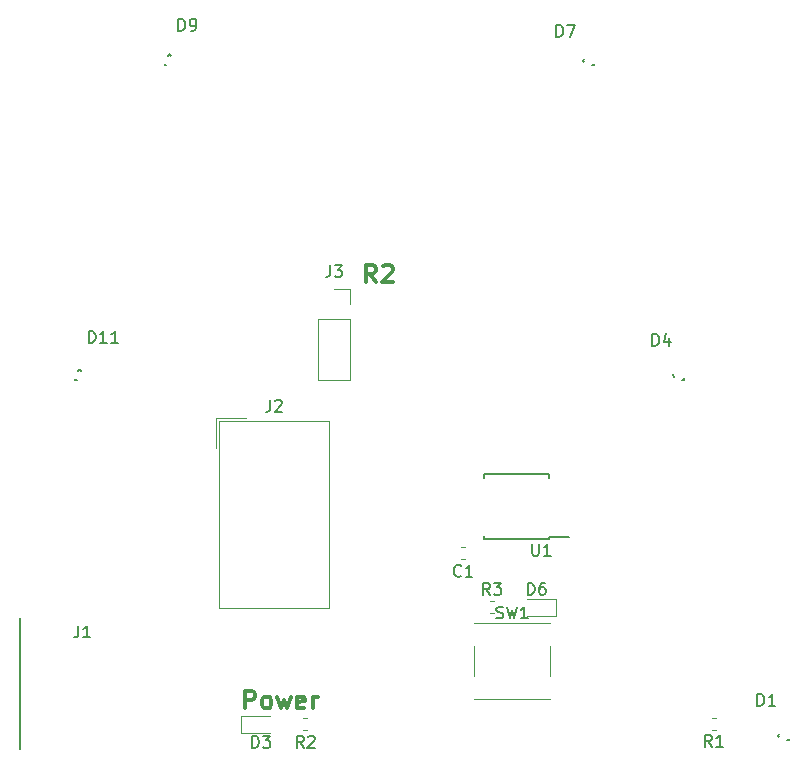
<source format=gbr>
G04 #@! TF.GenerationSoftware,KiCad,Pcbnew,(5.0.2)-1*
G04 #@! TF.CreationDate,2020-06-10T19:39:16-05:00*
G04 #@! TF.ProjectId,Base_Hardware,42617365-5f48-4617-9264-776172652e6b,rev?*
G04 #@! TF.SameCoordinates,Original*
G04 #@! TF.FileFunction,Legend,Top*
G04 #@! TF.FilePolarity,Positive*
%FSLAX46Y46*%
G04 Gerber Fmt 4.6, Leading zero omitted, Abs format (unit mm)*
G04 Created by KiCad (PCBNEW (5.0.2)-1) date 6/10/2020 7:39:16 PM*
%MOMM*%
%LPD*%
G01*
G04 APERTURE LIST*
%ADD10C,0.300000*%
%ADD11C,0.120000*%
%ADD12C,0.150000*%
G04 APERTURE END LIST*
D10*
X141990000Y-87038571D02*
X141490000Y-86324285D01*
X141132857Y-87038571D02*
X141132857Y-85538571D01*
X141704285Y-85538571D01*
X141847142Y-85610000D01*
X141918571Y-85681428D01*
X141990000Y-85824285D01*
X141990000Y-86038571D01*
X141918571Y-86181428D01*
X141847142Y-86252857D01*
X141704285Y-86324285D01*
X141132857Y-86324285D01*
X142561428Y-85681428D02*
X142632857Y-85610000D01*
X142775714Y-85538571D01*
X143132857Y-85538571D01*
X143275714Y-85610000D01*
X143347142Y-85681428D01*
X143418571Y-85824285D01*
X143418571Y-85967142D01*
X143347142Y-86181428D01*
X142490000Y-87038571D01*
X143418571Y-87038571D01*
X130893714Y-123106571D02*
X130893714Y-121606571D01*
X131465142Y-121606571D01*
X131608000Y-121678000D01*
X131679428Y-121749428D01*
X131750857Y-121892285D01*
X131750857Y-122106571D01*
X131679428Y-122249428D01*
X131608000Y-122320857D01*
X131465142Y-122392285D01*
X130893714Y-122392285D01*
X132608000Y-123106571D02*
X132465142Y-123035142D01*
X132393714Y-122963714D01*
X132322285Y-122820857D01*
X132322285Y-122392285D01*
X132393714Y-122249428D01*
X132465142Y-122178000D01*
X132608000Y-122106571D01*
X132822285Y-122106571D01*
X132965142Y-122178000D01*
X133036571Y-122249428D01*
X133108000Y-122392285D01*
X133108000Y-122820857D01*
X133036571Y-122963714D01*
X132965142Y-123035142D01*
X132822285Y-123106571D01*
X132608000Y-123106571D01*
X133608000Y-122106571D02*
X133893714Y-123106571D01*
X134179428Y-122392285D01*
X134465142Y-123106571D01*
X134750857Y-122106571D01*
X135893714Y-123035142D02*
X135750857Y-123106571D01*
X135465142Y-123106571D01*
X135322285Y-123035142D01*
X135250857Y-122892285D01*
X135250857Y-122320857D01*
X135322285Y-122178000D01*
X135465142Y-122106571D01*
X135750857Y-122106571D01*
X135893714Y-122178000D01*
X135965142Y-122320857D01*
X135965142Y-122463714D01*
X135250857Y-122606571D01*
X136608000Y-123106571D02*
X136608000Y-122106571D01*
X136608000Y-122392285D02*
X136679428Y-122249428D01*
X136750857Y-122178000D01*
X136893714Y-122106571D01*
X137036571Y-122106571D01*
D11*
G04 #@! TO.C,C1*
X149476267Y-110492000D02*
X149133733Y-110492000D01*
X149476267Y-109472000D02*
X149133733Y-109472000D01*
G04 #@! TO.C,D3*
X133021000Y-123725000D02*
X130561000Y-123725000D01*
X130561000Y-123725000D02*
X130561000Y-125195000D01*
X130561000Y-125195000D02*
X133021000Y-125195000D01*
G04 #@! TO.C,D6*
X157221000Y-113819000D02*
X154761000Y-113819000D01*
X157221000Y-115289000D02*
X157221000Y-113819000D01*
X154761000Y-115289000D02*
X157221000Y-115289000D01*
D12*
G04 #@! TO.C,J1*
X111846000Y-126529160D02*
X111846000Y-115429160D01*
D11*
G04 #@! TO.C,J2*
X138025000Y-98790000D02*
X138025000Y-114570000D01*
X138025000Y-114570000D02*
X128675000Y-114570000D01*
X128675000Y-114570000D02*
X128675000Y-98790000D01*
X128675000Y-98790000D02*
X138025000Y-98790000D01*
X128425000Y-98540000D02*
X128425000Y-101080000D01*
X128425000Y-98540000D02*
X130965000Y-98540000D01*
G04 #@! TO.C,R1*
X170746267Y-124970000D02*
X170403733Y-124970000D01*
X170746267Y-123950000D02*
X170403733Y-123950000D01*
G04 #@! TO.C,R2*
X136174267Y-123950000D02*
X135831733Y-123950000D01*
X136174267Y-124970000D02*
X135831733Y-124970000D01*
G04 #@! TO.C,R3*
X151607733Y-114044000D02*
X151950267Y-114044000D01*
X151607733Y-115064000D02*
X151950267Y-115064000D01*
G04 #@! TO.C,SW1*
X156730000Y-115860000D02*
X156730000Y-115890000D01*
X156730000Y-122320000D02*
X156730000Y-122290000D01*
X150270000Y-122320000D02*
X150270000Y-122290000D01*
X150270000Y-115890000D02*
X150270000Y-115860000D01*
X156730000Y-117790000D02*
X156730000Y-120390000D01*
X150270000Y-115860000D02*
X156730000Y-115860000D01*
X150270000Y-117790000D02*
X150270000Y-120390000D01*
X150270000Y-122320000D02*
X156730000Y-122320000D01*
D12*
G04 #@! TO.C,U1*
X156580000Y-108800000D02*
X156580000Y-108595000D01*
X151080000Y-108800000D02*
X151080000Y-108500000D01*
X151080000Y-103290000D02*
X151080000Y-103590000D01*
X156580000Y-103290000D02*
X156580000Y-103590000D01*
X156580000Y-108800000D02*
X151080000Y-108800000D01*
X156580000Y-103290000D02*
X151080000Y-103290000D01*
X156580000Y-108595000D02*
X158330000Y-108595000D01*
G04 #@! TO.C,D1*
X175996600Y-125410000D02*
X176123600Y-125283000D01*
X176123600Y-125537000D02*
X175996600Y-125410000D01*
X176911000Y-125791000D02*
X176911000Y-125664000D01*
X176784000Y-125791000D02*
X176911000Y-125791000D01*
G04 #@! TO.C,D4*
X167106600Y-94919800D02*
X167233600Y-94792800D01*
X167233600Y-95046800D02*
X167106600Y-94919800D01*
X168021000Y-95300800D02*
X168021000Y-95173800D01*
X167894000Y-95300800D02*
X168021000Y-95300800D01*
G04 #@! TO.C,D7*
X159486600Y-68260000D02*
X159613600Y-68133000D01*
X159613600Y-68387000D02*
X159486600Y-68260000D01*
X160401000Y-68641000D02*
X160401000Y-68514000D01*
X160274000Y-68641000D02*
X160401000Y-68641000D01*
G04 #@! TO.C,D9*
X124068800Y-68524200D02*
X124068800Y-68651200D01*
X124068800Y-68651200D02*
X124195800Y-68651200D01*
X124322800Y-67863800D02*
X124449800Y-67736800D01*
X124449800Y-67736800D02*
X124576800Y-67863800D01*
G04 #@! TO.C,D11*
X116525000Y-95184000D02*
X116525000Y-95311000D01*
X116525000Y-95311000D02*
X116652000Y-95311000D01*
X116779000Y-94523600D02*
X116906000Y-94396600D01*
X116906000Y-94396600D02*
X117033000Y-94523600D01*
D11*
G04 #@! TO.C,J3*
X137100000Y-90170000D02*
X139760000Y-90170000D01*
X137100000Y-90170000D02*
X137100000Y-95310000D01*
X137100000Y-95310000D02*
X139760000Y-95310000D01*
X139760000Y-90170000D02*
X139760000Y-95310000D01*
X139760000Y-87570000D02*
X139760000Y-88900000D01*
X138430000Y-87570000D02*
X139760000Y-87570000D01*
G04 #@! TO.C,C1*
D12*
X149185333Y-111863142D02*
X149137714Y-111910761D01*
X148994857Y-111958380D01*
X148899619Y-111958380D01*
X148756761Y-111910761D01*
X148661523Y-111815523D01*
X148613904Y-111720285D01*
X148566285Y-111529809D01*
X148566285Y-111386952D01*
X148613904Y-111196476D01*
X148661523Y-111101238D01*
X148756761Y-111006000D01*
X148899619Y-110958380D01*
X148994857Y-110958380D01*
X149137714Y-111006000D01*
X149185333Y-111053619D01*
X150137714Y-111958380D02*
X149566285Y-111958380D01*
X149852000Y-111958380D02*
X149852000Y-110958380D01*
X149756761Y-111101238D01*
X149661523Y-111196476D01*
X149566285Y-111244095D01*
G04 #@! TO.C,D3*
X131482904Y-126436380D02*
X131482904Y-125436380D01*
X131721000Y-125436380D01*
X131863857Y-125484000D01*
X131959095Y-125579238D01*
X132006714Y-125674476D01*
X132054333Y-125864952D01*
X132054333Y-126007809D01*
X132006714Y-126198285D01*
X131959095Y-126293523D01*
X131863857Y-126388761D01*
X131721000Y-126436380D01*
X131482904Y-126436380D01*
X132387666Y-125436380D02*
X133006714Y-125436380D01*
X132673380Y-125817333D01*
X132816238Y-125817333D01*
X132911476Y-125864952D01*
X132959095Y-125912571D01*
X133006714Y-126007809D01*
X133006714Y-126245904D01*
X132959095Y-126341142D01*
X132911476Y-126388761D01*
X132816238Y-126436380D01*
X132530523Y-126436380D01*
X132435285Y-126388761D01*
X132387666Y-126341142D01*
G04 #@! TO.C,D6*
X154822904Y-113482380D02*
X154822904Y-112482380D01*
X155061000Y-112482380D01*
X155203857Y-112530000D01*
X155299095Y-112625238D01*
X155346714Y-112720476D01*
X155394333Y-112910952D01*
X155394333Y-113053809D01*
X155346714Y-113244285D01*
X155299095Y-113339523D01*
X155203857Y-113434761D01*
X155061000Y-113482380D01*
X154822904Y-113482380D01*
X156251476Y-112482380D02*
X156061000Y-112482380D01*
X155965761Y-112530000D01*
X155918142Y-112577619D01*
X155822904Y-112720476D01*
X155775285Y-112910952D01*
X155775285Y-113291904D01*
X155822904Y-113387142D01*
X155870523Y-113434761D01*
X155965761Y-113482380D01*
X156156238Y-113482380D01*
X156251476Y-113434761D01*
X156299095Y-113387142D01*
X156346714Y-113291904D01*
X156346714Y-113053809D01*
X156299095Y-112958571D01*
X156251476Y-112910952D01*
X156156238Y-112863333D01*
X155965761Y-112863333D01*
X155870523Y-112910952D01*
X155822904Y-112958571D01*
X155775285Y-113053809D01*
G04 #@! TO.C,J1*
X116780866Y-116101680D02*
X116780866Y-116815966D01*
X116733247Y-116958823D01*
X116638009Y-117054061D01*
X116495152Y-117101680D01*
X116399914Y-117101680D01*
X117780866Y-117101680D02*
X117209438Y-117101680D01*
X117495152Y-117101680D02*
X117495152Y-116101680D01*
X117399914Y-116244538D01*
X117304676Y-116339776D01*
X117209438Y-116387395D01*
G04 #@! TO.C,J2*
X133016666Y-96988380D02*
X133016666Y-97702666D01*
X132969047Y-97845523D01*
X132873809Y-97940761D01*
X132730952Y-97988380D01*
X132635714Y-97988380D01*
X133445238Y-97083619D02*
X133492857Y-97036000D01*
X133588095Y-96988380D01*
X133826190Y-96988380D01*
X133921428Y-97036000D01*
X133969047Y-97083619D01*
X134016666Y-97178857D01*
X134016666Y-97274095D01*
X133969047Y-97416952D01*
X133397619Y-97988380D01*
X134016666Y-97988380D01*
G04 #@! TO.C,R1*
X170408333Y-126342380D02*
X170075000Y-125866190D01*
X169836904Y-126342380D02*
X169836904Y-125342380D01*
X170217857Y-125342380D01*
X170313095Y-125390000D01*
X170360714Y-125437619D01*
X170408333Y-125532857D01*
X170408333Y-125675714D01*
X170360714Y-125770952D01*
X170313095Y-125818571D01*
X170217857Y-125866190D01*
X169836904Y-125866190D01*
X171360714Y-126342380D02*
X170789285Y-126342380D01*
X171075000Y-126342380D02*
X171075000Y-125342380D01*
X170979761Y-125485238D01*
X170884523Y-125580476D01*
X170789285Y-125628095D01*
G04 #@! TO.C,R2*
X135836333Y-126436380D02*
X135503000Y-125960190D01*
X135264904Y-126436380D02*
X135264904Y-125436380D01*
X135645857Y-125436380D01*
X135741095Y-125484000D01*
X135788714Y-125531619D01*
X135836333Y-125626857D01*
X135836333Y-125769714D01*
X135788714Y-125864952D01*
X135741095Y-125912571D01*
X135645857Y-125960190D01*
X135264904Y-125960190D01*
X136217285Y-125531619D02*
X136264904Y-125484000D01*
X136360142Y-125436380D01*
X136598238Y-125436380D01*
X136693476Y-125484000D01*
X136741095Y-125531619D01*
X136788714Y-125626857D01*
X136788714Y-125722095D01*
X136741095Y-125864952D01*
X136169666Y-126436380D01*
X136788714Y-126436380D01*
G04 #@! TO.C,R3*
X151612333Y-113482380D02*
X151279000Y-113006190D01*
X151040904Y-113482380D02*
X151040904Y-112482380D01*
X151421857Y-112482380D01*
X151517095Y-112530000D01*
X151564714Y-112577619D01*
X151612333Y-112672857D01*
X151612333Y-112815714D01*
X151564714Y-112910952D01*
X151517095Y-112958571D01*
X151421857Y-113006190D01*
X151040904Y-113006190D01*
X151945666Y-112482380D02*
X152564714Y-112482380D01*
X152231380Y-112863333D01*
X152374238Y-112863333D01*
X152469476Y-112910952D01*
X152517095Y-112958571D01*
X152564714Y-113053809D01*
X152564714Y-113291904D01*
X152517095Y-113387142D01*
X152469476Y-113434761D01*
X152374238Y-113482380D01*
X152088523Y-113482380D01*
X151993285Y-113434761D01*
X151945666Y-113387142D01*
G04 #@! TO.C,SW1*
X152166666Y-115444761D02*
X152309523Y-115492380D01*
X152547619Y-115492380D01*
X152642857Y-115444761D01*
X152690476Y-115397142D01*
X152738095Y-115301904D01*
X152738095Y-115206666D01*
X152690476Y-115111428D01*
X152642857Y-115063809D01*
X152547619Y-115016190D01*
X152357142Y-114968571D01*
X152261904Y-114920952D01*
X152214285Y-114873333D01*
X152166666Y-114778095D01*
X152166666Y-114682857D01*
X152214285Y-114587619D01*
X152261904Y-114540000D01*
X152357142Y-114492380D01*
X152595238Y-114492380D01*
X152738095Y-114540000D01*
X153071428Y-114492380D02*
X153309523Y-115492380D01*
X153500000Y-114778095D01*
X153690476Y-115492380D01*
X153928571Y-114492380D01*
X154833333Y-115492380D02*
X154261904Y-115492380D01*
X154547619Y-115492380D02*
X154547619Y-114492380D01*
X154452380Y-114635238D01*
X154357142Y-114730476D01*
X154261904Y-114778095D01*
G04 #@! TO.C,U1*
X155194095Y-109177380D02*
X155194095Y-109986904D01*
X155241714Y-110082142D01*
X155289333Y-110129761D01*
X155384571Y-110177380D01*
X155575047Y-110177380D01*
X155670285Y-110129761D01*
X155717904Y-110082142D01*
X155765523Y-109986904D01*
X155765523Y-109177380D01*
X156765523Y-110177380D02*
X156194095Y-110177380D01*
X156479809Y-110177380D02*
X156479809Y-109177380D01*
X156384571Y-109320238D01*
X156289333Y-109415476D01*
X156194095Y-109463095D01*
G04 #@! TO.C,D1*
X174267904Y-122880380D02*
X174267904Y-121880380D01*
X174506000Y-121880380D01*
X174648857Y-121928000D01*
X174744095Y-122023238D01*
X174791714Y-122118476D01*
X174839333Y-122308952D01*
X174839333Y-122451809D01*
X174791714Y-122642285D01*
X174744095Y-122737523D01*
X174648857Y-122832761D01*
X174506000Y-122880380D01*
X174267904Y-122880380D01*
X175791714Y-122880380D02*
X175220285Y-122880380D01*
X175506000Y-122880380D02*
X175506000Y-121880380D01*
X175410761Y-122023238D01*
X175315523Y-122118476D01*
X175220285Y-122166095D01*
G04 #@! TO.C,D4*
X165377904Y-92400380D02*
X165377904Y-91400380D01*
X165616000Y-91400380D01*
X165758857Y-91448000D01*
X165854095Y-91543238D01*
X165901714Y-91638476D01*
X165949333Y-91828952D01*
X165949333Y-91971809D01*
X165901714Y-92162285D01*
X165854095Y-92257523D01*
X165758857Y-92352761D01*
X165616000Y-92400380D01*
X165377904Y-92400380D01*
X166806476Y-91733714D02*
X166806476Y-92400380D01*
X166568380Y-91352761D02*
X166330285Y-92067047D01*
X166949333Y-92067047D01*
G04 #@! TO.C,D7*
X157249904Y-66238380D02*
X157249904Y-65238380D01*
X157488000Y-65238380D01*
X157630857Y-65286000D01*
X157726095Y-65381238D01*
X157773714Y-65476476D01*
X157821333Y-65666952D01*
X157821333Y-65809809D01*
X157773714Y-66000285D01*
X157726095Y-66095523D01*
X157630857Y-66190761D01*
X157488000Y-66238380D01*
X157249904Y-66238380D01*
X158154666Y-65238380D02*
X158821333Y-65238380D01*
X158392761Y-66238380D01*
G04 #@! TO.C,D9*
X125245904Y-65730380D02*
X125245904Y-64730380D01*
X125484000Y-64730380D01*
X125626857Y-64778000D01*
X125722095Y-64873238D01*
X125769714Y-64968476D01*
X125817333Y-65158952D01*
X125817333Y-65301809D01*
X125769714Y-65492285D01*
X125722095Y-65587523D01*
X125626857Y-65682761D01*
X125484000Y-65730380D01*
X125245904Y-65730380D01*
X126293523Y-65730380D02*
X126484000Y-65730380D01*
X126579238Y-65682761D01*
X126626857Y-65635142D01*
X126722095Y-65492285D01*
X126769714Y-65301809D01*
X126769714Y-64920857D01*
X126722095Y-64825619D01*
X126674476Y-64778000D01*
X126579238Y-64730380D01*
X126388761Y-64730380D01*
X126293523Y-64778000D01*
X126245904Y-64825619D01*
X126198285Y-64920857D01*
X126198285Y-65158952D01*
X126245904Y-65254190D01*
X126293523Y-65301809D01*
X126388761Y-65349428D01*
X126579238Y-65349428D01*
X126674476Y-65301809D01*
X126722095Y-65254190D01*
X126769714Y-65158952D01*
G04 #@! TO.C,D11*
X117657714Y-92146380D02*
X117657714Y-91146380D01*
X117895809Y-91146380D01*
X118038666Y-91194000D01*
X118133904Y-91289238D01*
X118181523Y-91384476D01*
X118229142Y-91574952D01*
X118229142Y-91717809D01*
X118181523Y-91908285D01*
X118133904Y-92003523D01*
X118038666Y-92098761D01*
X117895809Y-92146380D01*
X117657714Y-92146380D01*
X119181523Y-92146380D02*
X118610095Y-92146380D01*
X118895809Y-92146380D02*
X118895809Y-91146380D01*
X118800571Y-91289238D01*
X118705333Y-91384476D01*
X118610095Y-91432095D01*
X120133904Y-92146380D02*
X119562476Y-92146380D01*
X119848190Y-92146380D02*
X119848190Y-91146380D01*
X119752952Y-91289238D01*
X119657714Y-91384476D01*
X119562476Y-91432095D01*
G04 #@! TO.C,J3*
X138096666Y-85582380D02*
X138096666Y-86296666D01*
X138049047Y-86439523D01*
X137953809Y-86534761D01*
X137810952Y-86582380D01*
X137715714Y-86582380D01*
X138477619Y-85582380D02*
X139096666Y-85582380D01*
X138763333Y-85963333D01*
X138906190Y-85963333D01*
X139001428Y-86010952D01*
X139049047Y-86058571D01*
X139096666Y-86153809D01*
X139096666Y-86391904D01*
X139049047Y-86487142D01*
X139001428Y-86534761D01*
X138906190Y-86582380D01*
X138620476Y-86582380D01*
X138525238Y-86534761D01*
X138477619Y-86487142D01*
G04 #@! TD*
M02*

</source>
